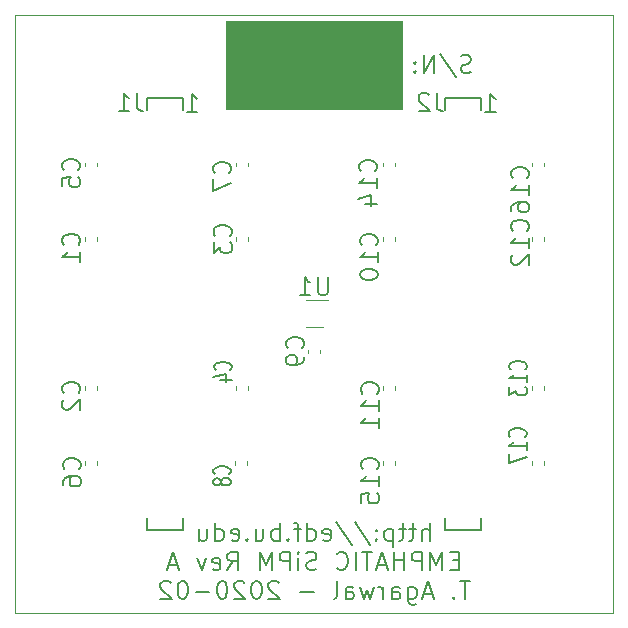
<source format=gbr>
%TF.GenerationSoftware,KiCad,Pcbnew,5.1.9-73d0e3b20d~88~ubuntu20.04.1*%
%TF.CreationDate,2021-02-23T08:17:13-05:00*%
%TF.ProjectId,SiPM_Board,5369504d-5f42-46f6-9172-642e6b696361,rev?*%
%TF.SameCoordinates,Original*%
%TF.FileFunction,Legend,Bot*%
%TF.FilePolarity,Positive*%
%FSLAX46Y46*%
G04 Gerber Fmt 4.6, Leading zero omitted, Abs format (unit mm)*
G04 Created by KiCad (PCBNEW 5.1.9-73d0e3b20d~88~ubuntu20.04.1) date 2021-02-23 08:17:13*
%MOMM*%
%LPD*%
G01*
G04 APERTURE LIST*
%ADD10C,0.100000*%
%ADD11C,0.165100*%
%TA.AperFunction,Profile*%
%ADD12C,0.050000*%
%TD*%
%ADD13C,0.120000*%
G04 APERTURE END LIST*
D10*
G36*
X157450000Y-82650000D02*
G01*
X142550000Y-82650000D01*
X142550000Y-75250000D01*
X157450000Y-75250000D01*
X157450000Y-82650000D01*
G37*
X157450000Y-82650000D02*
X142550000Y-82650000D01*
X142550000Y-75250000D01*
X157450000Y-75250000D01*
X157450000Y-82650000D01*
D11*
X163264857Y-79566857D02*
X163047142Y-79639428D01*
X162684285Y-79639428D01*
X162539142Y-79566857D01*
X162466571Y-79494285D01*
X162394000Y-79349142D01*
X162394000Y-79204000D01*
X162466571Y-79058857D01*
X162539142Y-78986285D01*
X162684285Y-78913714D01*
X162974571Y-78841142D01*
X163119714Y-78768571D01*
X163192285Y-78696000D01*
X163264857Y-78550857D01*
X163264857Y-78405714D01*
X163192285Y-78260571D01*
X163119714Y-78188000D01*
X162974571Y-78115428D01*
X162611714Y-78115428D01*
X162394000Y-78188000D01*
X160652285Y-78042857D02*
X161958571Y-80002285D01*
X160144285Y-79639428D02*
X160144285Y-78115428D01*
X159273428Y-79639428D01*
X159273428Y-78115428D01*
X158547714Y-79494285D02*
X158475142Y-79566857D01*
X158547714Y-79639428D01*
X158620285Y-79566857D01*
X158547714Y-79494285D01*
X158547714Y-79639428D01*
X158547714Y-78696000D02*
X158475142Y-78768571D01*
X158547714Y-78841142D01*
X158620285Y-78768571D01*
X158547714Y-78696000D01*
X158547714Y-78841142D01*
X159760857Y-119238328D02*
X159760857Y-117714328D01*
X159107714Y-119238328D02*
X159107714Y-118440042D01*
X159180285Y-118294900D01*
X159325428Y-118222328D01*
X159543142Y-118222328D01*
X159688285Y-118294900D01*
X159760857Y-118367471D01*
X158599714Y-118222328D02*
X158019142Y-118222328D01*
X158382000Y-117714328D02*
X158382000Y-119020614D01*
X158309428Y-119165757D01*
X158164285Y-119238328D01*
X158019142Y-119238328D01*
X157728857Y-118222328D02*
X157148285Y-118222328D01*
X157511142Y-117714328D02*
X157511142Y-119020614D01*
X157438571Y-119165757D01*
X157293428Y-119238328D01*
X157148285Y-119238328D01*
X156640285Y-118222328D02*
X156640285Y-119746328D01*
X156640285Y-118294900D02*
X156495142Y-118222328D01*
X156204857Y-118222328D01*
X156059714Y-118294900D01*
X155987142Y-118367471D01*
X155914571Y-118512614D01*
X155914571Y-118948042D01*
X155987142Y-119093185D01*
X156059714Y-119165757D01*
X156204857Y-119238328D01*
X156495142Y-119238328D01*
X156640285Y-119165757D01*
X155261428Y-119093185D02*
X155188857Y-119165757D01*
X155261428Y-119238328D01*
X155334000Y-119165757D01*
X155261428Y-119093185D01*
X155261428Y-119238328D01*
X155261428Y-118294900D02*
X155188857Y-118367471D01*
X155261428Y-118440042D01*
X155334000Y-118367471D01*
X155261428Y-118294900D01*
X155261428Y-118440042D01*
X153447142Y-117641757D02*
X154753428Y-119601185D01*
X151850571Y-117641757D02*
X153156857Y-119601185D01*
X150762000Y-119165757D02*
X150907142Y-119238328D01*
X151197428Y-119238328D01*
X151342571Y-119165757D01*
X151415142Y-119020614D01*
X151415142Y-118440042D01*
X151342571Y-118294900D01*
X151197428Y-118222328D01*
X150907142Y-118222328D01*
X150762000Y-118294900D01*
X150689428Y-118440042D01*
X150689428Y-118585185D01*
X151415142Y-118730328D01*
X149383142Y-119238328D02*
X149383142Y-117714328D01*
X149383142Y-119165757D02*
X149528285Y-119238328D01*
X149818571Y-119238328D01*
X149963714Y-119165757D01*
X150036285Y-119093185D01*
X150108857Y-118948042D01*
X150108857Y-118512614D01*
X150036285Y-118367471D01*
X149963714Y-118294900D01*
X149818571Y-118222328D01*
X149528285Y-118222328D01*
X149383142Y-118294900D01*
X148875142Y-118222328D02*
X148294571Y-118222328D01*
X148657428Y-119238328D02*
X148657428Y-117932042D01*
X148584857Y-117786900D01*
X148439714Y-117714328D01*
X148294571Y-117714328D01*
X147786571Y-119093185D02*
X147714000Y-119165757D01*
X147786571Y-119238328D01*
X147859142Y-119165757D01*
X147786571Y-119093185D01*
X147786571Y-119238328D01*
X147060857Y-119238328D02*
X147060857Y-117714328D01*
X147060857Y-118294900D02*
X146915714Y-118222328D01*
X146625428Y-118222328D01*
X146480285Y-118294900D01*
X146407714Y-118367471D01*
X146335142Y-118512614D01*
X146335142Y-118948042D01*
X146407714Y-119093185D01*
X146480285Y-119165757D01*
X146625428Y-119238328D01*
X146915714Y-119238328D01*
X147060857Y-119165757D01*
X145028857Y-118222328D02*
X145028857Y-119238328D01*
X145682000Y-118222328D02*
X145682000Y-119020614D01*
X145609428Y-119165757D01*
X145464285Y-119238328D01*
X145246571Y-119238328D01*
X145101428Y-119165757D01*
X145028857Y-119093185D01*
X144303142Y-119093185D02*
X144230571Y-119165757D01*
X144303142Y-119238328D01*
X144375714Y-119165757D01*
X144303142Y-119093185D01*
X144303142Y-119238328D01*
X142996857Y-119165757D02*
X143142000Y-119238328D01*
X143432285Y-119238328D01*
X143577428Y-119165757D01*
X143650000Y-119020614D01*
X143650000Y-118440042D01*
X143577428Y-118294900D01*
X143432285Y-118222328D01*
X143142000Y-118222328D01*
X142996857Y-118294900D01*
X142924285Y-118440042D01*
X142924285Y-118585185D01*
X143650000Y-118730328D01*
X141618000Y-119238328D02*
X141618000Y-117714328D01*
X141618000Y-119165757D02*
X141763142Y-119238328D01*
X142053428Y-119238328D01*
X142198571Y-119165757D01*
X142271142Y-119093185D01*
X142343714Y-118948042D01*
X142343714Y-118512614D01*
X142271142Y-118367471D01*
X142198571Y-118294900D01*
X142053428Y-118222328D01*
X141763142Y-118222328D01*
X141618000Y-118294900D01*
X140239142Y-118222328D02*
X140239142Y-119238328D01*
X140892285Y-118222328D02*
X140892285Y-119020614D01*
X140819714Y-119165757D01*
X140674571Y-119238328D01*
X140456857Y-119238328D01*
X140311714Y-119165757D01*
X140239142Y-119093185D01*
X162228285Y-120891142D02*
X161720285Y-120891142D01*
X161502571Y-121689428D02*
X162228285Y-121689428D01*
X162228285Y-120165428D01*
X161502571Y-120165428D01*
X160849428Y-121689428D02*
X160849428Y-120165428D01*
X160341428Y-121254000D01*
X159833428Y-120165428D01*
X159833428Y-121689428D01*
X159107714Y-121689428D02*
X159107714Y-120165428D01*
X158527142Y-120165428D01*
X158382000Y-120238000D01*
X158309428Y-120310571D01*
X158236857Y-120455714D01*
X158236857Y-120673428D01*
X158309428Y-120818571D01*
X158382000Y-120891142D01*
X158527142Y-120963714D01*
X159107714Y-120963714D01*
X157583714Y-121689428D02*
X157583714Y-120165428D01*
X157583714Y-120891142D02*
X156712857Y-120891142D01*
X156712857Y-121689428D02*
X156712857Y-120165428D01*
X156059714Y-121254000D02*
X155334000Y-121254000D01*
X156204857Y-121689428D02*
X155696857Y-120165428D01*
X155188857Y-121689428D01*
X154898571Y-120165428D02*
X154027714Y-120165428D01*
X154463142Y-121689428D02*
X154463142Y-120165428D01*
X153519714Y-121689428D02*
X153519714Y-120165428D01*
X151923142Y-121544285D02*
X151995714Y-121616857D01*
X152213428Y-121689428D01*
X152358571Y-121689428D01*
X152576285Y-121616857D01*
X152721428Y-121471714D01*
X152794000Y-121326571D01*
X152866571Y-121036285D01*
X152866571Y-120818571D01*
X152794000Y-120528285D01*
X152721428Y-120383142D01*
X152576285Y-120238000D01*
X152358571Y-120165428D01*
X152213428Y-120165428D01*
X151995714Y-120238000D01*
X151923142Y-120310571D01*
X150181428Y-121616857D02*
X149963714Y-121689428D01*
X149600857Y-121689428D01*
X149455714Y-121616857D01*
X149383142Y-121544285D01*
X149310571Y-121399142D01*
X149310571Y-121254000D01*
X149383142Y-121108857D01*
X149455714Y-121036285D01*
X149600857Y-120963714D01*
X149891142Y-120891142D01*
X150036285Y-120818571D01*
X150108857Y-120746000D01*
X150181428Y-120600857D01*
X150181428Y-120455714D01*
X150108857Y-120310571D01*
X150036285Y-120238000D01*
X149891142Y-120165428D01*
X149528285Y-120165428D01*
X149310571Y-120238000D01*
X148657428Y-121689428D02*
X148657428Y-120673428D01*
X148657428Y-120165428D02*
X148730000Y-120238000D01*
X148657428Y-120310571D01*
X148584857Y-120238000D01*
X148657428Y-120165428D01*
X148657428Y-120310571D01*
X147931714Y-121689428D02*
X147931714Y-120165428D01*
X147351142Y-120165428D01*
X147206000Y-120238000D01*
X147133428Y-120310571D01*
X147060857Y-120455714D01*
X147060857Y-120673428D01*
X147133428Y-120818571D01*
X147206000Y-120891142D01*
X147351142Y-120963714D01*
X147931714Y-120963714D01*
X146407714Y-121689428D02*
X146407714Y-120165428D01*
X145899714Y-121254000D01*
X145391714Y-120165428D01*
X145391714Y-121689428D01*
X142634000Y-121689428D02*
X143142000Y-120963714D01*
X143504857Y-121689428D02*
X143504857Y-120165428D01*
X142924285Y-120165428D01*
X142779142Y-120238000D01*
X142706571Y-120310571D01*
X142634000Y-120455714D01*
X142634000Y-120673428D01*
X142706571Y-120818571D01*
X142779142Y-120891142D01*
X142924285Y-120963714D01*
X143504857Y-120963714D01*
X141400285Y-121616857D02*
X141545428Y-121689428D01*
X141835714Y-121689428D01*
X141980857Y-121616857D01*
X142053428Y-121471714D01*
X142053428Y-120891142D01*
X141980857Y-120746000D01*
X141835714Y-120673428D01*
X141545428Y-120673428D01*
X141400285Y-120746000D01*
X141327714Y-120891142D01*
X141327714Y-121036285D01*
X142053428Y-121181428D01*
X140819714Y-120673428D02*
X140456857Y-121689428D01*
X140094000Y-120673428D01*
X138424857Y-121254000D02*
X137699142Y-121254000D01*
X138570000Y-121689428D02*
X138062000Y-120165428D01*
X137554000Y-121689428D01*
X163171714Y-122616528D02*
X162300857Y-122616528D01*
X162736285Y-124140528D02*
X162736285Y-122616528D01*
X161792857Y-123995385D02*
X161720285Y-124067957D01*
X161792857Y-124140528D01*
X161865428Y-124067957D01*
X161792857Y-123995385D01*
X161792857Y-124140528D01*
X159978571Y-123705100D02*
X159252857Y-123705100D01*
X160123714Y-124140528D02*
X159615714Y-122616528D01*
X159107714Y-124140528D01*
X157946571Y-123124528D02*
X157946571Y-124358242D01*
X158019142Y-124503385D01*
X158091714Y-124575957D01*
X158236857Y-124648528D01*
X158454571Y-124648528D01*
X158599714Y-124575957D01*
X157946571Y-124067957D02*
X158091714Y-124140528D01*
X158382000Y-124140528D01*
X158527142Y-124067957D01*
X158599714Y-123995385D01*
X158672285Y-123850242D01*
X158672285Y-123414814D01*
X158599714Y-123269671D01*
X158527142Y-123197100D01*
X158382000Y-123124528D01*
X158091714Y-123124528D01*
X157946571Y-123197100D01*
X156567714Y-124140528D02*
X156567714Y-123342242D01*
X156640285Y-123197100D01*
X156785428Y-123124528D01*
X157075714Y-123124528D01*
X157220857Y-123197100D01*
X156567714Y-124067957D02*
X156712857Y-124140528D01*
X157075714Y-124140528D01*
X157220857Y-124067957D01*
X157293428Y-123922814D01*
X157293428Y-123777671D01*
X157220857Y-123632528D01*
X157075714Y-123559957D01*
X156712857Y-123559957D01*
X156567714Y-123487385D01*
X155842000Y-124140528D02*
X155842000Y-123124528D01*
X155842000Y-123414814D02*
X155769428Y-123269671D01*
X155696857Y-123197100D01*
X155551714Y-123124528D01*
X155406571Y-123124528D01*
X155043714Y-123124528D02*
X154753428Y-124140528D01*
X154463142Y-123414814D01*
X154172857Y-124140528D01*
X153882571Y-123124528D01*
X152648857Y-124140528D02*
X152648857Y-123342242D01*
X152721428Y-123197100D01*
X152866571Y-123124528D01*
X153156857Y-123124528D01*
X153302000Y-123197100D01*
X152648857Y-124067957D02*
X152794000Y-124140528D01*
X153156857Y-124140528D01*
X153302000Y-124067957D01*
X153374571Y-123922814D01*
X153374571Y-123777671D01*
X153302000Y-123632528D01*
X153156857Y-123559957D01*
X152794000Y-123559957D01*
X152648857Y-123487385D01*
X151705428Y-124140528D02*
X151850571Y-124067957D01*
X151923142Y-123922814D01*
X151923142Y-122616528D01*
X149963714Y-123559957D02*
X148802571Y-123559957D01*
X146988285Y-122761671D02*
X146915714Y-122689100D01*
X146770571Y-122616528D01*
X146407714Y-122616528D01*
X146262571Y-122689100D01*
X146190000Y-122761671D01*
X146117428Y-122906814D01*
X146117428Y-123051957D01*
X146190000Y-123269671D01*
X147060857Y-124140528D01*
X146117428Y-124140528D01*
X145174000Y-122616528D02*
X145028857Y-122616528D01*
X144883714Y-122689100D01*
X144811142Y-122761671D01*
X144738571Y-122906814D01*
X144666000Y-123197100D01*
X144666000Y-123559957D01*
X144738571Y-123850242D01*
X144811142Y-123995385D01*
X144883714Y-124067957D01*
X145028857Y-124140528D01*
X145174000Y-124140528D01*
X145319142Y-124067957D01*
X145391714Y-123995385D01*
X145464285Y-123850242D01*
X145536857Y-123559957D01*
X145536857Y-123197100D01*
X145464285Y-122906814D01*
X145391714Y-122761671D01*
X145319142Y-122689100D01*
X145174000Y-122616528D01*
X144085428Y-122761671D02*
X144012857Y-122689100D01*
X143867714Y-122616528D01*
X143504857Y-122616528D01*
X143359714Y-122689100D01*
X143287142Y-122761671D01*
X143214571Y-122906814D01*
X143214571Y-123051957D01*
X143287142Y-123269671D01*
X144158000Y-124140528D01*
X143214571Y-124140528D01*
X142271142Y-122616528D02*
X142126000Y-122616528D01*
X141980857Y-122689100D01*
X141908285Y-122761671D01*
X141835714Y-122906814D01*
X141763142Y-123197100D01*
X141763142Y-123559957D01*
X141835714Y-123850242D01*
X141908285Y-123995385D01*
X141980857Y-124067957D01*
X142126000Y-124140528D01*
X142271142Y-124140528D01*
X142416285Y-124067957D01*
X142488857Y-123995385D01*
X142561428Y-123850242D01*
X142634000Y-123559957D01*
X142634000Y-123197100D01*
X142561428Y-122906814D01*
X142488857Y-122761671D01*
X142416285Y-122689100D01*
X142271142Y-122616528D01*
X141110000Y-123559957D02*
X139948857Y-123559957D01*
X138932857Y-122616528D02*
X138787714Y-122616528D01*
X138642571Y-122689100D01*
X138570000Y-122761671D01*
X138497428Y-122906814D01*
X138424857Y-123197100D01*
X138424857Y-123559957D01*
X138497428Y-123850242D01*
X138570000Y-123995385D01*
X138642571Y-124067957D01*
X138787714Y-124140528D01*
X138932857Y-124140528D01*
X139078000Y-124067957D01*
X139150571Y-123995385D01*
X139223142Y-123850242D01*
X139295714Y-123559957D01*
X139295714Y-123197100D01*
X139223142Y-122906814D01*
X139150571Y-122761671D01*
X139078000Y-122689100D01*
X138932857Y-122616528D01*
X137844285Y-122761671D02*
X137771714Y-122689100D01*
X137626571Y-122616528D01*
X137263714Y-122616528D01*
X137118571Y-122689100D01*
X137046000Y-122761671D01*
X136973428Y-122906814D01*
X136973428Y-123051957D01*
X137046000Y-123269671D01*
X137916857Y-124140528D01*
X136973428Y-124140528D01*
D12*
X124680000Y-125320000D02*
X124680000Y-74680000D01*
X175320000Y-125320000D02*
X124680000Y-125320000D01*
X175320000Y-74680000D02*
X175320000Y-125320000D01*
X124680000Y-74680000D02*
X175320000Y-74680000D01*
D11*
%TO.C,J2*%
X161106000Y-82728000D02*
X161106000Y-81712000D01*
X161106000Y-81712000D02*
X164154000Y-81712000D01*
X164154000Y-81712000D02*
X164154000Y-82728000D01*
X164154000Y-117272000D02*
X164154000Y-118288000D01*
X161106000Y-118288000D02*
X161106000Y-117272000D01*
X164154000Y-118288000D02*
X161106000Y-118288000D01*
%TO.C,J1*%
X138894000Y-118288000D02*
X135846000Y-118288000D01*
X135846000Y-118288000D02*
X135846000Y-117272000D01*
X138894000Y-117272000D02*
X138894000Y-118288000D01*
X138894000Y-81712000D02*
X138894000Y-82728000D01*
X135846000Y-81712000D02*
X138894000Y-81712000D01*
X135846000Y-82728000D02*
X135846000Y-81712000D01*
D13*
%TO.C,C15*%
X155800000Y-112483733D02*
X155800000Y-112776267D01*
X156820000Y-112483733D02*
X156820000Y-112776267D01*
%TO.C,C9*%
X150510000Y-103033733D02*
X150510000Y-103326267D01*
X149490000Y-103033733D02*
X149490000Y-103326267D01*
%TO.C,U1*%
X149300000Y-98840000D02*
X151200000Y-98840000D01*
X150700000Y-101160000D02*
X149300000Y-101160000D01*
%TO.C,C5*%
X131570000Y-87223733D02*
X131570000Y-87516267D01*
X130550000Y-87223733D02*
X130550000Y-87516267D01*
%TO.C,C7*%
X143360000Y-87223733D02*
X143360000Y-87516267D01*
X144380000Y-87223733D02*
X144380000Y-87516267D01*
%TO.C,C6*%
X131570000Y-112483733D02*
X131570000Y-112776267D01*
X130550000Y-112483733D02*
X130550000Y-112776267D01*
%TO.C,C8*%
X143310000Y-112483733D02*
X143310000Y-112776267D01*
X144330000Y-112483733D02*
X144330000Y-112776267D01*
%TO.C,C14*%
X156820000Y-87223733D02*
X156820000Y-87516267D01*
X155800000Y-87223733D02*
X155800000Y-87516267D01*
%TO.C,C16*%
X168430000Y-87223733D02*
X168430000Y-87516267D01*
X169450000Y-87223733D02*
X169450000Y-87516267D01*
%TO.C,C17*%
X169450000Y-112483733D02*
X169450000Y-112776267D01*
X168430000Y-112483733D02*
X168430000Y-112776267D01*
%TO.C,C1*%
X130550000Y-93543733D02*
X130550000Y-93836267D01*
X131570000Y-93543733D02*
X131570000Y-93836267D01*
%TO.C,C3*%
X144380000Y-93543733D02*
X144380000Y-93836267D01*
X143360000Y-93543733D02*
X143360000Y-93836267D01*
%TO.C,C2*%
X130550000Y-106163733D02*
X130550000Y-106456267D01*
X131570000Y-106163733D02*
X131570000Y-106456267D01*
%TO.C,C4*%
X144380000Y-106163733D02*
X144380000Y-106456267D01*
X143360000Y-106163733D02*
X143360000Y-106456267D01*
%TO.C,C10*%
X155800000Y-93543733D02*
X155800000Y-93836267D01*
X156820000Y-93543733D02*
X156820000Y-93836267D01*
%TO.C,C12*%
X169450000Y-93543733D02*
X169450000Y-93836267D01*
X168430000Y-93543733D02*
X168430000Y-93836267D01*
%TO.C,C11*%
X155800000Y-106163733D02*
X155800000Y-106456267D01*
X156820000Y-106163733D02*
X156820000Y-106456267D01*
%TO.C,C13*%
X169450000Y-106163733D02*
X169450000Y-106456267D01*
X168430000Y-106163733D02*
X168430000Y-106456267D01*
%TD*%
%TO.C,J2*%
D11*
X160348000Y-81345428D02*
X160348000Y-82434000D01*
X160420571Y-82651714D01*
X160565714Y-82796857D01*
X160783428Y-82869428D01*
X160928571Y-82869428D01*
X159694857Y-81490571D02*
X159622285Y-81418000D01*
X159477142Y-81345428D01*
X159114285Y-81345428D01*
X158969142Y-81418000D01*
X158896571Y-81490571D01*
X158824000Y-81635714D01*
X158824000Y-81780857D01*
X158896571Y-81998571D01*
X159767428Y-82869428D01*
X158824000Y-82869428D01*
X164480571Y-82909428D02*
X165351428Y-82909428D01*
X164916000Y-82909428D02*
X164916000Y-81385428D01*
X165061142Y-81603142D01*
X165206285Y-81748285D01*
X165351428Y-81820857D01*
%TO.C,J1*%
X134948000Y-81305428D02*
X134948000Y-82394000D01*
X135020571Y-82611714D01*
X135165714Y-82756857D01*
X135383428Y-82829428D01*
X135528571Y-82829428D01*
X133424000Y-82829428D02*
X134294857Y-82829428D01*
X133859428Y-82829428D02*
X133859428Y-81305428D01*
X134004571Y-81523142D01*
X134149714Y-81668285D01*
X134294857Y-81740857D01*
X139220571Y-82909428D02*
X140091428Y-82909428D01*
X139656000Y-82909428D02*
X139656000Y-81385428D01*
X139801142Y-81603142D01*
X139946285Y-81748285D01*
X140091428Y-81820857D01*
%TO.C,C15*%
X155314285Y-113160285D02*
X155386857Y-113087714D01*
X155459428Y-112870000D01*
X155459428Y-112724857D01*
X155386857Y-112507142D01*
X155241714Y-112362000D01*
X155096571Y-112289428D01*
X154806285Y-112216857D01*
X154588571Y-112216857D01*
X154298285Y-112289428D01*
X154153142Y-112362000D01*
X154008000Y-112507142D01*
X153935428Y-112724857D01*
X153935428Y-112870000D01*
X154008000Y-113087714D01*
X154080571Y-113160285D01*
X155459428Y-114611714D02*
X155459428Y-113740857D01*
X155459428Y-114176285D02*
X153935428Y-114176285D01*
X154153142Y-114031142D01*
X154298285Y-113886000D01*
X154370857Y-113740857D01*
X153935428Y-115990571D02*
X153935428Y-115264857D01*
X154661142Y-115192285D01*
X154588571Y-115264857D01*
X154516000Y-115410000D01*
X154516000Y-115772857D01*
X154588571Y-115918000D01*
X154661142Y-115990571D01*
X154806285Y-116063142D01*
X155169142Y-116063142D01*
X155314285Y-115990571D01*
X155386857Y-115918000D01*
X155459428Y-115772857D01*
X155459428Y-115410000D01*
X155386857Y-115264857D01*
X155314285Y-115192285D01*
%TO.C,C9*%
X148994285Y-102916000D02*
X149066857Y-102843428D01*
X149139428Y-102625714D01*
X149139428Y-102480571D01*
X149066857Y-102262857D01*
X148921714Y-102117714D01*
X148776571Y-102045142D01*
X148486285Y-101972571D01*
X148268571Y-101972571D01*
X147978285Y-102045142D01*
X147833142Y-102117714D01*
X147688000Y-102262857D01*
X147615428Y-102480571D01*
X147615428Y-102625714D01*
X147688000Y-102843428D01*
X147760571Y-102916000D01*
X149139428Y-103641714D02*
X149139428Y-103932000D01*
X149066857Y-104077142D01*
X148994285Y-104149714D01*
X148776571Y-104294857D01*
X148486285Y-104367428D01*
X147905714Y-104367428D01*
X147760571Y-104294857D01*
X147688000Y-104222285D01*
X147615428Y-104077142D01*
X147615428Y-103786857D01*
X147688000Y-103641714D01*
X147760571Y-103569142D01*
X147905714Y-103496571D01*
X148268571Y-103496571D01*
X148413714Y-103569142D01*
X148486285Y-103641714D01*
X148558857Y-103786857D01*
X148558857Y-104077142D01*
X148486285Y-104222285D01*
X148413714Y-104294857D01*
X148268571Y-104367428D01*
%TO.C,U1*%
X151161142Y-96915428D02*
X151161142Y-98149142D01*
X151088571Y-98294285D01*
X151016000Y-98366857D01*
X150870857Y-98439428D01*
X150580571Y-98439428D01*
X150435428Y-98366857D01*
X150362857Y-98294285D01*
X150290285Y-98149142D01*
X150290285Y-96915428D01*
X148766285Y-98439428D02*
X149637142Y-98439428D01*
X149201714Y-98439428D02*
X149201714Y-96915428D01*
X149346857Y-97133142D01*
X149492000Y-97278285D01*
X149637142Y-97350857D01*
%TO.C,C5*%
X130014285Y-87846000D02*
X130086857Y-87773428D01*
X130159428Y-87555714D01*
X130159428Y-87410571D01*
X130086857Y-87192857D01*
X129941714Y-87047714D01*
X129796571Y-86975142D01*
X129506285Y-86902571D01*
X129288571Y-86902571D01*
X128998285Y-86975142D01*
X128853142Y-87047714D01*
X128708000Y-87192857D01*
X128635428Y-87410571D01*
X128635428Y-87555714D01*
X128708000Y-87773428D01*
X128780571Y-87846000D01*
X128635428Y-89224857D02*
X128635428Y-88499142D01*
X129361142Y-88426571D01*
X129288571Y-88499142D01*
X129216000Y-88644285D01*
X129216000Y-89007142D01*
X129288571Y-89152285D01*
X129361142Y-89224857D01*
X129506285Y-89297428D01*
X129869142Y-89297428D01*
X130014285Y-89224857D01*
X130086857Y-89152285D01*
X130159428Y-89007142D01*
X130159428Y-88644285D01*
X130086857Y-88499142D01*
X130014285Y-88426571D01*
%TO.C,C7*%
X142814285Y-88086000D02*
X142886857Y-88013428D01*
X142959428Y-87795714D01*
X142959428Y-87650571D01*
X142886857Y-87432857D01*
X142741714Y-87287714D01*
X142596571Y-87215142D01*
X142306285Y-87142571D01*
X142088571Y-87142571D01*
X141798285Y-87215142D01*
X141653142Y-87287714D01*
X141508000Y-87432857D01*
X141435428Y-87650571D01*
X141435428Y-87795714D01*
X141508000Y-88013428D01*
X141580571Y-88086000D01*
X141435428Y-88594000D02*
X141435428Y-89610000D01*
X142959428Y-88956857D01*
%TO.C,C6*%
X130074285Y-113176000D02*
X130146857Y-113103428D01*
X130219428Y-112885714D01*
X130219428Y-112740571D01*
X130146857Y-112522857D01*
X130001714Y-112377714D01*
X129856571Y-112305142D01*
X129566285Y-112232571D01*
X129348571Y-112232571D01*
X129058285Y-112305142D01*
X128913142Y-112377714D01*
X128768000Y-112522857D01*
X128695428Y-112740571D01*
X128695428Y-112885714D01*
X128768000Y-113103428D01*
X128840571Y-113176000D01*
X128695428Y-114482285D02*
X128695428Y-114192000D01*
X128768000Y-114046857D01*
X128840571Y-113974285D01*
X129058285Y-113829142D01*
X129348571Y-113756571D01*
X129929142Y-113756571D01*
X130074285Y-113829142D01*
X130146857Y-113901714D01*
X130219428Y-114046857D01*
X130219428Y-114337142D01*
X130146857Y-114482285D01*
X130074285Y-114554857D01*
X129929142Y-114627428D01*
X129566285Y-114627428D01*
X129421142Y-114554857D01*
X129348571Y-114482285D01*
X129276000Y-114337142D01*
X129276000Y-114046857D01*
X129348571Y-113901714D01*
X129421142Y-113829142D01*
X129566285Y-113756571D01*
%TO.C,C8*%
X142804285Y-113560666D02*
X142876857Y-113512285D01*
X142949428Y-113367142D01*
X142949428Y-113270380D01*
X142876857Y-113125238D01*
X142731714Y-113028476D01*
X142586571Y-112980095D01*
X142296285Y-112931714D01*
X142078571Y-112931714D01*
X141788285Y-112980095D01*
X141643142Y-113028476D01*
X141498000Y-113125238D01*
X141425428Y-113270380D01*
X141425428Y-113367142D01*
X141498000Y-113512285D01*
X141570571Y-113560666D01*
X142078571Y-114141238D02*
X142006000Y-114044476D01*
X141933428Y-113996095D01*
X141788285Y-113947714D01*
X141715714Y-113947714D01*
X141570571Y-113996095D01*
X141498000Y-114044476D01*
X141425428Y-114141238D01*
X141425428Y-114334761D01*
X141498000Y-114431523D01*
X141570571Y-114479904D01*
X141715714Y-114528285D01*
X141788285Y-114528285D01*
X141933428Y-114479904D01*
X142006000Y-114431523D01*
X142078571Y-114334761D01*
X142078571Y-114141238D01*
X142151142Y-114044476D01*
X142223714Y-113996095D01*
X142368857Y-113947714D01*
X142659142Y-113947714D01*
X142804285Y-113996095D01*
X142876857Y-114044476D01*
X142949428Y-114141238D01*
X142949428Y-114334761D01*
X142876857Y-114431523D01*
X142804285Y-114479904D01*
X142659142Y-114528285D01*
X142368857Y-114528285D01*
X142223714Y-114479904D01*
X142151142Y-114431523D01*
X142078571Y-114334761D01*
%TO.C,C14*%
X155164285Y-87930285D02*
X155236857Y-87857714D01*
X155309428Y-87640000D01*
X155309428Y-87494857D01*
X155236857Y-87277142D01*
X155091714Y-87132000D01*
X154946571Y-87059428D01*
X154656285Y-86986857D01*
X154438571Y-86986857D01*
X154148285Y-87059428D01*
X154003142Y-87132000D01*
X153858000Y-87277142D01*
X153785428Y-87494857D01*
X153785428Y-87640000D01*
X153858000Y-87857714D01*
X153930571Y-87930285D01*
X155309428Y-89381714D02*
X155309428Y-88510857D01*
X155309428Y-88946285D02*
X153785428Y-88946285D01*
X154003142Y-88801142D01*
X154148285Y-88656000D01*
X154220857Y-88510857D01*
X154293428Y-90688000D02*
X155309428Y-90688000D01*
X153712857Y-90325142D02*
X154801428Y-89962285D01*
X154801428Y-90905714D01*
%TO.C,C16*%
X168034285Y-88510285D02*
X168106857Y-88437714D01*
X168179428Y-88220000D01*
X168179428Y-88074857D01*
X168106857Y-87857142D01*
X167961714Y-87712000D01*
X167816571Y-87639428D01*
X167526285Y-87566857D01*
X167308571Y-87566857D01*
X167018285Y-87639428D01*
X166873142Y-87712000D01*
X166728000Y-87857142D01*
X166655428Y-88074857D01*
X166655428Y-88220000D01*
X166728000Y-88437714D01*
X166800571Y-88510285D01*
X168179428Y-89961714D02*
X168179428Y-89090857D01*
X168179428Y-89526285D02*
X166655428Y-89526285D01*
X166873142Y-89381142D01*
X167018285Y-89236000D01*
X167090857Y-89090857D01*
X166655428Y-91268000D02*
X166655428Y-90977714D01*
X166728000Y-90832571D01*
X166800571Y-90760000D01*
X167018285Y-90614857D01*
X167308571Y-90542285D01*
X167889142Y-90542285D01*
X168034285Y-90614857D01*
X168106857Y-90687428D01*
X168179428Y-90832571D01*
X168179428Y-91122857D01*
X168106857Y-91268000D01*
X168034285Y-91340571D01*
X167889142Y-91413142D01*
X167526285Y-91413142D01*
X167381142Y-91340571D01*
X167308571Y-91268000D01*
X167236000Y-91122857D01*
X167236000Y-90832571D01*
X167308571Y-90687428D01*
X167381142Y-90614857D01*
X167526285Y-90542285D01*
%TO.C,C17*%
X167824285Y-110415214D02*
X167896857Y-110360785D01*
X167969428Y-110197500D01*
X167969428Y-110088642D01*
X167896857Y-109925357D01*
X167751714Y-109816500D01*
X167606571Y-109762071D01*
X167316285Y-109707642D01*
X167098571Y-109707642D01*
X166808285Y-109762071D01*
X166663142Y-109816500D01*
X166518000Y-109925357D01*
X166445428Y-110088642D01*
X166445428Y-110197500D01*
X166518000Y-110360785D01*
X166590571Y-110415214D01*
X167969428Y-111503785D02*
X167969428Y-110850642D01*
X167969428Y-111177214D02*
X166445428Y-111177214D01*
X166663142Y-111068357D01*
X166808285Y-110959500D01*
X166880857Y-110850642D01*
X166445428Y-111884785D02*
X166445428Y-112646785D01*
X167969428Y-112156928D01*
%TO.C,C1*%
X130044285Y-94176000D02*
X130116857Y-94103428D01*
X130189428Y-93885714D01*
X130189428Y-93740571D01*
X130116857Y-93522857D01*
X129971714Y-93377714D01*
X129826571Y-93305142D01*
X129536285Y-93232571D01*
X129318571Y-93232571D01*
X129028285Y-93305142D01*
X128883142Y-93377714D01*
X128738000Y-93522857D01*
X128665428Y-93740571D01*
X128665428Y-93885714D01*
X128738000Y-94103428D01*
X128810571Y-94176000D01*
X130189428Y-95627428D02*
X130189428Y-94756571D01*
X130189428Y-95192000D02*
X128665428Y-95192000D01*
X128883142Y-95046857D01*
X129028285Y-94901714D01*
X129100857Y-94756571D01*
%TO.C,C3*%
X142844285Y-93436000D02*
X142916857Y-93363428D01*
X142989428Y-93145714D01*
X142989428Y-93000571D01*
X142916857Y-92782857D01*
X142771714Y-92637714D01*
X142626571Y-92565142D01*
X142336285Y-92492571D01*
X142118571Y-92492571D01*
X141828285Y-92565142D01*
X141683142Y-92637714D01*
X141538000Y-92782857D01*
X141465428Y-93000571D01*
X141465428Y-93145714D01*
X141538000Y-93363428D01*
X141610571Y-93436000D01*
X141465428Y-93944000D02*
X141465428Y-94887428D01*
X142046000Y-94379428D01*
X142046000Y-94597142D01*
X142118571Y-94742285D01*
X142191142Y-94814857D01*
X142336285Y-94887428D01*
X142699142Y-94887428D01*
X142844285Y-94814857D01*
X142916857Y-94742285D01*
X142989428Y-94597142D01*
X142989428Y-94161714D01*
X142916857Y-94016571D01*
X142844285Y-93944000D01*
%TO.C,C2*%
X130034285Y-106716000D02*
X130106857Y-106643428D01*
X130179428Y-106425714D01*
X130179428Y-106280571D01*
X130106857Y-106062857D01*
X129961714Y-105917714D01*
X129816571Y-105845142D01*
X129526285Y-105772571D01*
X129308571Y-105772571D01*
X129018285Y-105845142D01*
X128873142Y-105917714D01*
X128728000Y-106062857D01*
X128655428Y-106280571D01*
X128655428Y-106425714D01*
X128728000Y-106643428D01*
X128800571Y-106716000D01*
X128800571Y-107296571D02*
X128728000Y-107369142D01*
X128655428Y-107514285D01*
X128655428Y-107877142D01*
X128728000Y-108022285D01*
X128800571Y-108094857D01*
X128945714Y-108167428D01*
X129090857Y-108167428D01*
X129308571Y-108094857D01*
X130179428Y-107224000D01*
X130179428Y-108167428D01*
%TO.C,C4*%
X142874285Y-104750666D02*
X142946857Y-104702285D01*
X143019428Y-104557142D01*
X143019428Y-104460380D01*
X142946857Y-104315238D01*
X142801714Y-104218476D01*
X142656571Y-104170095D01*
X142366285Y-104121714D01*
X142148571Y-104121714D01*
X141858285Y-104170095D01*
X141713142Y-104218476D01*
X141568000Y-104315238D01*
X141495428Y-104460380D01*
X141495428Y-104557142D01*
X141568000Y-104702285D01*
X141640571Y-104750666D01*
X142003428Y-105621523D02*
X143019428Y-105621523D01*
X141422857Y-105379619D02*
X142511428Y-105137714D01*
X142511428Y-105766666D01*
%TO.C,C10*%
X155234285Y-94210285D02*
X155306857Y-94137714D01*
X155379428Y-93920000D01*
X155379428Y-93774857D01*
X155306857Y-93557142D01*
X155161714Y-93412000D01*
X155016571Y-93339428D01*
X154726285Y-93266857D01*
X154508571Y-93266857D01*
X154218285Y-93339428D01*
X154073142Y-93412000D01*
X153928000Y-93557142D01*
X153855428Y-93774857D01*
X153855428Y-93920000D01*
X153928000Y-94137714D01*
X154000571Y-94210285D01*
X155379428Y-95661714D02*
X155379428Y-94790857D01*
X155379428Y-95226285D02*
X153855428Y-95226285D01*
X154073142Y-95081142D01*
X154218285Y-94936000D01*
X154290857Y-94790857D01*
X153855428Y-96605142D02*
X153855428Y-96750285D01*
X153928000Y-96895428D01*
X154000571Y-96968000D01*
X154145714Y-97040571D01*
X154436000Y-97113142D01*
X154798857Y-97113142D01*
X155089142Y-97040571D01*
X155234285Y-96968000D01*
X155306857Y-96895428D01*
X155379428Y-96750285D01*
X155379428Y-96605142D01*
X155306857Y-96460000D01*
X155234285Y-96387428D01*
X155089142Y-96314857D01*
X154798857Y-96242285D01*
X154436000Y-96242285D01*
X154145714Y-96314857D01*
X154000571Y-96387428D01*
X153928000Y-96460000D01*
X153855428Y-96605142D01*
%TO.C,C12*%
X168024285Y-92990285D02*
X168096857Y-92917714D01*
X168169428Y-92700000D01*
X168169428Y-92554857D01*
X168096857Y-92337142D01*
X167951714Y-92192000D01*
X167806571Y-92119428D01*
X167516285Y-92046857D01*
X167298571Y-92046857D01*
X167008285Y-92119428D01*
X166863142Y-92192000D01*
X166718000Y-92337142D01*
X166645428Y-92554857D01*
X166645428Y-92700000D01*
X166718000Y-92917714D01*
X166790571Y-92990285D01*
X168169428Y-94441714D02*
X168169428Y-93570857D01*
X168169428Y-94006285D02*
X166645428Y-94006285D01*
X166863142Y-93861142D01*
X167008285Y-93716000D01*
X167080857Y-93570857D01*
X166790571Y-95022285D02*
X166718000Y-95094857D01*
X166645428Y-95240000D01*
X166645428Y-95602857D01*
X166718000Y-95748000D01*
X166790571Y-95820571D01*
X166935714Y-95893142D01*
X167080857Y-95893142D01*
X167298571Y-95820571D01*
X168169428Y-94949714D01*
X168169428Y-95893142D01*
%TO.C,C11*%
X155304285Y-106770285D02*
X155376857Y-106697714D01*
X155449428Y-106480000D01*
X155449428Y-106334857D01*
X155376857Y-106117142D01*
X155231714Y-105972000D01*
X155086571Y-105899428D01*
X154796285Y-105826857D01*
X154578571Y-105826857D01*
X154288285Y-105899428D01*
X154143142Y-105972000D01*
X153998000Y-106117142D01*
X153925428Y-106334857D01*
X153925428Y-106480000D01*
X153998000Y-106697714D01*
X154070571Y-106770285D01*
X155449428Y-108221714D02*
X155449428Y-107350857D01*
X155449428Y-107786285D02*
X153925428Y-107786285D01*
X154143142Y-107641142D01*
X154288285Y-107496000D01*
X154360857Y-107350857D01*
X155449428Y-109673142D02*
X155449428Y-108802285D01*
X155449428Y-109237714D02*
X153925428Y-109237714D01*
X154143142Y-109092571D01*
X154288285Y-108947428D01*
X154360857Y-108802285D01*
%TO.C,C13*%
X167874285Y-104725214D02*
X167946857Y-104670785D01*
X168019428Y-104507500D01*
X168019428Y-104398642D01*
X167946857Y-104235357D01*
X167801714Y-104126500D01*
X167656571Y-104072071D01*
X167366285Y-104017642D01*
X167148571Y-104017642D01*
X166858285Y-104072071D01*
X166713142Y-104126500D01*
X166568000Y-104235357D01*
X166495428Y-104398642D01*
X166495428Y-104507500D01*
X166568000Y-104670785D01*
X166640571Y-104725214D01*
X168019428Y-105813785D02*
X168019428Y-105160642D01*
X168019428Y-105487214D02*
X166495428Y-105487214D01*
X166713142Y-105378357D01*
X166858285Y-105269500D01*
X166930857Y-105160642D01*
X166495428Y-106194785D02*
X166495428Y-106902357D01*
X167076000Y-106521357D01*
X167076000Y-106684642D01*
X167148571Y-106793500D01*
X167221142Y-106847928D01*
X167366285Y-106902357D01*
X167729142Y-106902357D01*
X167874285Y-106847928D01*
X167946857Y-106793500D01*
X168019428Y-106684642D01*
X168019428Y-106358071D01*
X167946857Y-106249214D01*
X167874285Y-106194785D01*
%TD*%
M02*

</source>
